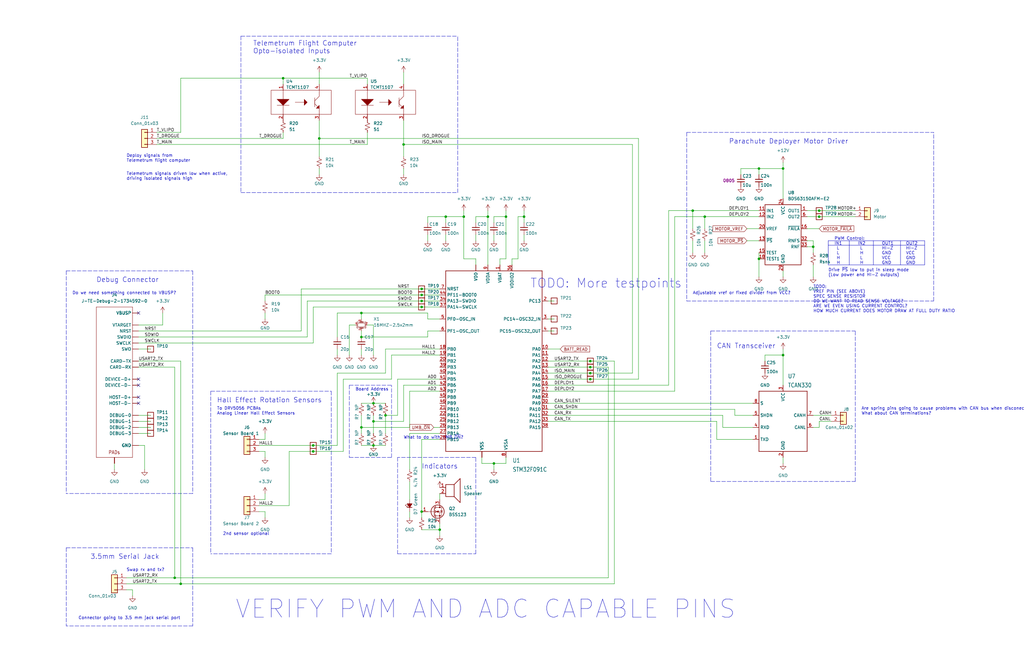
<source format=kicad_sch>
(kicad_sch (version 20211123) (generator eeschema)
  (paper "USLedger")
  (junction (at 170.18 60.96))
  (junction (at 195.58 91.44))
  (junction (at 134.62 58.42))
  (junction (at 157.48 170.18))
  (junction (at 330.2 71.12))
  (junction (at 73.66 243.84))
  (junction (at 248.92 157.48))
  (junction (at 152.4 180.34))
  (junction (at 205.74 91.44))
  (junction (at 248.92 152.4))
  (junction (at 297.18 91.44))
  (junction (at 177.8 121.92))
  (junction (at 345.44 88.9))
  (junction (at 187.96 91.44))
  (junction (at 320.04 109.22))
  (junction (at 157.48 187.96))
  (junction (at 248.92 160.02))
  (junction (at 132.08 187.96))
  (junction (at 152.4 132.08))
  (junction (at 76.2 246.38))
  (junction (at 330.2 149.86))
  (junction (at 220.98 91.44))
  (junction (at 342.9 104.14))
  (junction (at 292.1 88.9))
  (junction (at 320.04 71.12))
  (junction (at 132.08 190.5))
  (junction (at 119.38 33.02))
  (junction (at 213.36 91.44))
  (junction (at 185.42 223.52))
  (junction (at 177.8 124.46))
  (junction (at 152.4 142.24))
  (junction (at 162.56 175.26))
  (junction (at 248.92 154.94))
  (junction (at 177.7865 127))
  (junction (at 345.44 91.44))
  (junction (at 177.7865 129.54))
  (junction (at 157.48 177.8))
  (junction (at 208.28 195.58))
  (junction (at 177.8 215.9))
  (no_connect (at 58.42 132.08))
  (no_connect (at 58.42 170.18))
  (no_connect (at 58.42 167.64))
  (no_connect (at 58.42 162.56))
  (no_connect (at 58.42 160.02))
  (wire (pts (xy 60.96 187.96) (xy 58.42 187.96)))
  (wire (pts (xy 210.82 109.22) (xy 213.36 109.22)))
  (wire (pts (xy 121.92 190.5) (xy 132.08 190.5)))
  (polyline (pts (xy 81.28 208.28) (xy 27.94 208.28)))
  (polyline (pts (xy 81.28 114.3) (xy 81.28 208.28)))
  (wire (pts (xy 180.34 134.62) (xy 180.34 132.08)))
  (polyline (pts (xy 101.6 15.24) (xy 193.04 15.24)))
  (wire (pts (xy 58.42 175.26) (xy 63.5 175.26)))
  (wire (pts (xy 165.1 149.86) (xy 165.1 160.02)))
  (wire (pts (xy 170.18 71.12) (xy 170.18 73.66)))
  (wire (pts (xy 55.88 248.92) (xy 55.88 251.46)))
  (wire (pts (xy 180.34 142.24) (xy 152.4 142.24)))
  (polyline (pts (xy 368.3 101.6) (xy 368.3 111.76)) (stroke (width 0) (type solid)))
  (wire (pts (xy 109.22 190.5) (xy 111.76 190.5)))
  (wire (pts (xy 187.96 91.44) (xy 195.58 91.44)))
  (wire (pts (xy 185.42 182.88) (xy 172.72 182.88)))
  (wire (pts (xy 231.14 152.4) (xy 248.92 152.4)))
  (wire (pts (xy 208.28 91.44) (xy 208.28 93.98)))
  (wire (pts (xy 231.14 175.26) (xy 304.8 175.26)))
  (polyline (pts (xy 289.56 55.88) (xy 393.7 55.88)))
  (wire (pts (xy 121.92 213.36) (xy 121.92 190.5)))
  (polyline (pts (xy 358.14 101.6) (xy 358.14 111.76)) (stroke (width 0) (type solid)))
  (wire (pts (xy 76.2 152.4) (xy 76.2 246.38)))
  (wire (pts (xy 297.18 101.6) (xy 297.18 106.68)))
  (polyline (pts (xy 139.7 233.68) (xy 88.9 233.68)))
  (wire (pts (xy 134.62 50.8) (xy 134.62 58.42)))
  (wire (pts (xy 111.76 208.28) (xy 111.76 210.82)))
  (wire (pts (xy 281.94 88.9) (xy 292.1 88.9)))
  (wire (pts (xy 48.26 195.58) (xy 48.26 198.12)))
  (wire (pts (xy 205.74 88.9) (xy 205.74 91.44)))
  (wire (pts (xy 292.1 88.9) (xy 292.1 96.52)))
  (wire (pts (xy 177.8 223.52) (xy 185.42 223.52)))
  (wire (pts (xy 177.8 185.42) (xy 177.8 215.9)))
  (wire (pts (xy 180.34 139.7) (xy 180.34 142.24)))
  (polyline (pts (xy 358.14 101.6) (xy 389.89 101.6)) (stroke (width 0) (type solid)))
  (wire (pts (xy 172.72 165.1) (xy 185.42 165.1)))
  (wire (pts (xy 152.4 139.7) (xy 152.4 142.24)))
  (wire (pts (xy 200.66 111.76) (xy 200.66 109.22)))
  (wire (pts (xy 345.44 180.34) (xy 345.44 177.8)))
  (polyline (pts (xy 88.9 165.1) (xy 139.7 165.1)))
  (wire (pts (xy 320.04 106.68) (xy 320.04 109.22)))
  (wire (pts (xy 170.18 60.96) (xy 266.7 60.96)))
  (wire (pts (xy 314.96 101.6) (xy 320.04 101.6)))
  (wire (pts (xy 342.9 111.76) (xy 342.9 116.84)))
  (polyline (pts (xy 349.25 111.76) (xy 389.89 111.76)) (stroke (width 0) (type solid)))
  (wire (pts (xy 292.1 101.6) (xy 292.1 106.68)))
  (wire (pts (xy 157.48 137.16) (xy 157.48 149.86)))
  (wire (pts (xy 58.42 154.94) (xy 73.66 154.94)))
  (wire (pts (xy 165.1 160.02) (xy 144.78 160.02)))
  (wire (pts (xy 68.58 137.16) (xy 68.58 132.08)))
  (wire (pts (xy 170.18 162.56) (xy 170.18 177.8)))
  (wire (pts (xy 208.28 99.06) (xy 208.28 101.6)))
  (polyline (pts (xy 299.72 139.7) (xy 299.72 203.2)))
  (wire (pts (xy 152.4 180.34) (xy 152.4 182.88)))
  (wire (pts (xy 134.62 71.12) (xy 134.62 73.66)))
  (wire (pts (xy 170.18 177.8) (xy 157.48 177.8)))
  (wire (pts (xy 177.7865 129.54) (xy 185.42 129.54)))
  (wire (pts (xy 320.04 73.66) (xy 320.04 71.12)))
  (wire (pts (xy 330.2 71.12) (xy 330.2 83.82)))
  (wire (pts (xy 213.36 195.58) (xy 208.28 195.58)))
  (wire (pts (xy 292.1 88.9) (xy 320.04 88.9)))
  (wire (pts (xy 312.42 71.12) (xy 320.04 71.12)))
  (wire (pts (xy 340.36 104.14) (xy 342.9 104.14)))
  (wire (pts (xy 129.54 142.24) (xy 129.54 127)))
  (wire (pts (xy 109.22 185.42) (xy 111.76 185.42)))
  (wire (pts (xy 248.92 157.48) (xy 231.14 157.48)))
  (wire (pts (xy 167.64 160.02) (xy 185.42 160.02)))
  (wire (pts (xy 330.2 149.86) (xy 330.2 162.56)))
  (wire (pts (xy 157.48 177.8) (xy 157.48 182.88)))
  (wire (pts (xy 76.2 246.38) (xy 259.08 246.38)))
  (wire (pts (xy 231.14 127) (xy 233.68 127)))
  (wire (pts (xy 152.4 132.08) (xy 180.34 132.08)))
  (wire (pts (xy 172.72 203.2) (xy 172.72 210.82)))
  (wire (pts (xy 220.98 99.06) (xy 220.98 101.6)))
  (wire (pts (xy 142.24 132.08) (xy 142.24 142.24)))
  (wire (pts (xy 53.34 248.92) (xy 55.88 248.92)))
  (wire (pts (xy 177.8 185.42) (xy 185.42 185.42)))
  (wire (pts (xy 129.54 127) (xy 177.7865 127)))
  (wire (pts (xy 127 121.92) (xy 177.8 121.92)))
  (polyline (pts (xy 167.64 193.04) (xy 167.64 195.58)))
  (polyline (pts (xy 27.94 231.14) (xy 81.28 231.14)))
  (wire (pts (xy 58.42 147.32) (xy 63.5 147.32)))
  (wire (pts (xy 172.72 182.88) (xy 172.72 198.12)))
  (wire (pts (xy 231.14 134.62) (xy 233.68 134.62)))
  (wire (pts (xy 119.38 33.02) (xy 154.94 33.02)))
  (wire (pts (xy 119.38 55.88) (xy 119.38 58.42)))
  (wire (pts (xy 58.42 152.4) (xy 76.2 152.4)))
  (wire (pts (xy 58.42 180.34) (xy 63.5 180.34)))
  (wire (pts (xy 266.7 157.48) (xy 248.92 157.48)))
  (wire (pts (xy 111.76 190.5) (xy 111.76 193.04)))
  (wire (pts (xy 342.9 175.26) (xy 350.52 175.26)))
  (wire (pts (xy 154.94 55.88) (xy 154.94 60.96)))
  (wire (pts (xy 58.42 137.16) (xy 68.58 137.16)))
  (wire (pts (xy 134.62 58.42) (xy 269.24 58.42)))
  (wire (pts (xy 58.42 142.24) (xy 129.54 142.24)))
  (polyline (pts (xy 101.6 15.24) (xy 101.6 81.28)))
  (wire (pts (xy 269.24 58.42) (xy 269.24 160.02)))
  (wire (pts (xy 340.36 88.9) (xy 345.44 88.9)))
  (wire (pts (xy 111.76 124.46) (xy 177.8 124.46)))
  (wire (pts (xy 109.22 215.9) (xy 111.76 215.9)))
  (wire (pts (xy 119.38 35.56) (xy 119.38 33.02)))
  (wire (pts (xy 284.48 165.1) (xy 284.48 91.44)))
  (wire (pts (xy 231.14 172.72) (xy 309.88 172.72)))
  (wire (pts (xy 167.64 160.02) (xy 167.64 175.26)))
  (wire (pts (xy 58.42 144.78) (xy 132.08 144.78)))
  (polyline (pts (xy 81.28 264.16) (xy 27.94 264.16)))
  (wire (pts (xy 149.86 137.16) (xy 147.32 137.16)))
  (wire (pts (xy 187.96 91.44) (xy 187.96 93.98)))
  (wire (pts (xy 111.76 185.42) (xy 111.76 182.88)))
  (wire (pts (xy 266.7 60.96) (xy 266.7 157.48)))
  (wire (pts (xy 320.04 71.12) (xy 330.2 71.12)))
  (wire (pts (xy 297.18 91.44) (xy 297.18 96.52)))
  (wire (pts (xy 185.42 139.7) (xy 180.34 139.7)))
  (polyline (pts (xy 88.9 165.1) (xy 88.9 233.68)))
  (wire (pts (xy 162.56 147.32) (xy 185.42 147.32)))
  (wire (pts (xy 297.18 91.44) (xy 320.04 91.44)))
  (wire (pts (xy 111.76 132.08) (xy 111.76 134.62)))
  (wire (pts (xy 162.56 147.32) (xy 162.56 157.48)))
  (wire (pts (xy 154.94 35.56) (xy 154.94 33.02)))
  (wire (pts (xy 177.8 124.46) (xy 185.42 124.46)))
  (wire (pts (xy 157.48 170.18) (xy 162.56 170.18)))
  (wire (pts (xy 154.94 137.16) (xy 157.48 137.16)))
  (polyline (pts (xy 379.73 101.6) (xy 379.73 111.76)) (stroke (width 0) (type solid)))
  (wire (pts (xy 309.88 175.26) (xy 317.5 175.26)))
  (wire (pts (xy 177.8 121.92) (xy 185.42 121.92)))
  (wire (pts (xy 66.04 60.96) (xy 154.94 60.96)))
  (polyline (pts (xy 200.66 193.04) (xy 167.64 193.04)))
  (polyline (pts (xy 147.32 162.56) (xy 165.1 162.56)))
  (wire (pts (xy 330.2 193.04) (xy 330.2 195.58)))
  (wire (pts (xy 195.58 109.22) (xy 195.58 91.44)))
  (wire (pts (xy 157.48 175.26) (xy 157.48 177.8)))
  (polyline (pts (xy 167.64 195.58) (xy 167.64 233.68)))
  (polyline (pts (xy 389.89 101.6) (xy 389.89 111.76)) (stroke (width 0) (type solid)))
  (wire (pts (xy 180.34 99.06) (xy 180.34 101.6)))
  (wire (pts (xy 208.28 195.58) (xy 208.28 198.12)))
  (polyline (pts (xy 289.56 127) (xy 393.7 127)))
  (wire (pts (xy 127 139.7) (xy 127 121.92)))
  (polyline (pts (xy 167.64 233.68) (xy 200.66 233.68)))
  (wire (pts (xy 256.54 243.84) (xy 256.54 154.94)))
  (wire (pts (xy 185.42 220.98) (xy 185.42 223.52)))
  (polyline (pts (xy 165.1 193.04) (xy 165.1 162.56)))
  (wire (pts (xy 320.04 109.22) (xy 320.04 116.84)))
  (wire (pts (xy 152.4 132.08) (xy 142.24 132.08)))
  (wire (pts (xy 132.08 129.54) (xy 177.7865 129.54)))
  (wire (pts (xy 322.58 152.4) (xy 322.58 149.86)))
  (wire (pts (xy 152.4 170.18) (xy 157.48 170.18)))
  (polyline (pts (xy 193.04 81.28) (xy 193.04 15.24)))
  (wire (pts (xy 177.7865 127) (xy 185.42 127)))
  (wire (pts (xy 330.2 68.58) (xy 330.2 71.12)))
  (polyline (pts (xy 27.94 114.3) (xy 27.94 208.28)))
  (wire (pts (xy 269.24 160.02) (xy 248.92 160.02)))
  (wire (pts (xy 205.74 91.44) (xy 200.66 91.44)))
  (wire (pts (xy 284.48 91.44) (xy 297.18 91.44)))
  (wire (pts (xy 312.42 73.66) (xy 312.42 71.12)))
  (wire (pts (xy 330.2 114.3) (xy 330.2 116.84)))
  (wire (pts (xy 218.44 109.22) (xy 218.44 91.44)))
  (wire (pts (xy 195.58 88.9) (xy 195.58 91.44)))
  (wire (pts (xy 185.42 223.52) (xy 185.42 226.06)))
  (wire (pts (xy 167.64 175.26) (xy 162.56 175.26)))
  (wire (pts (xy 73.66 243.84) (xy 256.54 243.84)))
  (polyline (pts (xy 289.56 55.88) (xy 289.56 127)))
  (wire (pts (xy 66.04 58.42) (xy 119.38 58.42)))
  (wire (pts (xy 345.44 91.44) (xy 360.68 91.44)))
  (wire (pts (xy 281.94 162.56) (xy 281.94 88.9)))
  (wire (pts (xy 322.58 149.86) (xy 330.2 149.86)))
  (wire (pts (xy 162.56 175.26) (xy 162.56 182.88)))
  (wire (pts (xy 111.76 124.46) (xy 111.76 127)))
  (wire (pts (xy 215.9 111.76) (xy 215.9 109.22)))
  (wire (pts (xy 231.14 170.18) (xy 317.5 170.18)))
  (wire (pts (xy 231.14 147.32) (xy 236.22 147.32)))
  (wire (pts (xy 213.36 193.04) (xy 213.36 195.58)))
  (wire (pts (xy 220.98 88.9) (xy 220.98 91.44)))
  (wire (pts (xy 210.82 111.76) (xy 210.82 109.22)))
  (wire (pts (xy 170.18 60.96) (xy 170.18 66.04)))
  (wire (pts (xy 58.42 139.7) (xy 127 139.7)))
  (polyline (pts (xy 358.14 101.6) (xy 349.25 101.6)) (stroke (width 0) (type solid)))
  (wire (pts (xy 58.42 177.8) (xy 63.5 177.8)))
  (wire (pts (xy 340.36 101.6) (xy 342.9 101.6)))
  (wire (pts (xy 157.48 187.96) (xy 162.56 187.96)))
  (wire (pts (xy 248.92 160.02) (xy 231.14 160.02)))
  (wire (pts (xy 218.44 91.44) (xy 220.98 91.44)))
  (wire (pts (xy 182.88 180.34) (xy 185.42 180.34)))
  (wire (pts (xy 345.44 177.8) (xy 350.52 177.8)))
  (wire (pts (xy 304.8 180.34) (xy 317.5 180.34)))
  (wire (pts (xy 248.92 154.94) (xy 231.14 154.94)))
  (wire (pts (xy 203.2 193.04) (xy 203.2 195.58)))
  (wire (pts (xy 152.4 147.32) (xy 152.4 149.86)))
  (wire (pts (xy 142.24 147.32) (xy 142.24 149.86)))
  (wire (pts (xy 58.42 182.88) (xy 63.5 182.88)))
  (wire (pts (xy 340.36 96.52) (xy 345.44 96.52)))
  (wire (pts (xy 200.66 99.06) (xy 200.66 101.6)))
  (wire (pts (xy 144.78 190.5) (xy 132.08 190.5)))
  (wire (pts (xy 172.72 180.34) (xy 152.4 180.34)))
  (wire (pts (xy 111.76 215.9) (xy 111.76 218.44)))
  (wire (pts (xy 220.98 91.44) (xy 220.98 93.98)))
  (wire (pts (xy 205.74 111.76) (xy 205.74 91.44)))
  (wire (pts (xy 213.36 88.9) (xy 213.36 91.44)))
  (wire (pts (xy 132.08 144.78) (xy 132.08 129.54)))
  (wire (pts (xy 162.56 157.48) (xy 142.24 157.48)))
  (wire (pts (xy 231.14 139.7) (xy 233.68 139.7)))
  (polyline (pts (xy 147.32 162.56) (xy 147.32 193.04)))
  (wire (pts (xy 309.88 172.72) (xy 309.88 175.26)))
  (wire (pts (xy 256.54 154.94) (xy 248.92 154.94)))
  (wire (pts (xy 134.62 30.48) (xy 134.62 35.56)))
  (wire (pts (xy 152.4 187.96) (xy 157.48 187.96)))
  (wire (pts (xy 111.76 210.82) (xy 109.22 210.82)))
  (polyline (pts (xy 360.68 203.2) (xy 360.68 139.7)))
  (polyline (pts (xy 200.66 233.68) (xy 200.66 193.04)))
  (wire (pts (xy 200.66 91.44) (xy 200.66 93.98)))
  (polyline (pts (xy 299.72 203.2) (xy 360.68 203.2)))
  (wire (pts (xy 302.26 185.42) (xy 317.5 185.42)))
  (wire (pts (xy 170.18 30.48) (xy 170.18 35.56)))
  (polyline (pts (xy 139.7 165.1) (xy 139.7 233.68)))
  (wire (pts (xy 60.96 198.12) (xy 60.96 187.96)))
  (wire (pts (xy 170.18 162.56) (xy 185.42 162.56)))
  (wire (pts (xy 342.9 180.34) (xy 345.44 180.34)))
  (wire (pts (xy 172.72 215.9) (xy 172.72 218.44)))
  (wire (pts (xy 342.9 101.6) (xy 342.9 104.14)))
  (wire (pts (xy 142.24 157.48) (xy 142.24 187.96)))
  (polyline (pts (xy 81.28 231.14) (xy 81.28 264.16)))
  (wire (pts (xy 180.34 91.44) (xy 187.96 91.44)))
  (polyline (pts (xy 147.32 193.04) (xy 165.1 193.04)))
  (polyline (pts (xy 393.7 127) (xy 393.7 55.88)))
  (wire (pts (xy 76.2 55.88) (xy 76.2 33.02)))
  (wire (pts (xy 152.4 175.26) (xy 152.4 180.34)))
  (wire (pts (xy 231.14 162.56) (xy 281.94 162.56)))
  (wire (pts (xy 304.8 175.26) (xy 304.8 180.34)))
  (polyline (pts (xy 349.25 101.6) (xy 349.25 111.76)) (stroke (width 0) (type solid)))
  (wire (pts (xy 142.24 187.96) (xy 132.08 187.96)))
  (wire (pts (xy 172.72 165.1) (xy 172.72 180.34)))
  (wire (pts (xy 187.96 99.06) (xy 187.96 101.6)))
  (wire (pts (xy 213.36 109.22) (xy 213.36 91.44)))
  (wire (pts (xy 109.22 187.96) (xy 132.08 187.96)))
  (wire (pts (xy 314.96 96.52) (xy 320.04 96.52)))
  (wire (pts (xy 213.36 91.44) (xy 208.28 91.44)))
  (wire (pts (xy 302.26 177.8) (xy 302.26 185.42)))
  (wire (pts (xy 180.34 93.98) (xy 180.34 91.44)))
  (wire (pts (xy 109.22 213.36) (xy 121.92 213.36)))
  (wire (pts (xy 203.2 195.58) (xy 208.28 195.58)))
  (wire (pts (xy 53.34 246.38) (xy 76.2 246.38)))
  (wire (pts (xy 165.1 149.86) (xy 185.42 149.86)))
  (wire (pts (xy 185.42 134.62) (xy 180.34 134.62)))
  (wire (pts (xy 342.9 106.68) (xy 342.9 104.14)))
  (wire (pts (xy 66.04 55.88) (xy 76.2 55.88)))
  (polyline (pts (xy 349.25 103.505) (xy 389.89 103.505)) (stroke (width 0) (type solid)))
  (polyline (pts (xy 299.72 139.7) (xy 360.68 139.7)))
  (wire (pts (xy 340.36 91.44) (xy 345.44 91.44)))
  (wire (pts (xy 144.78 160.02) (xy 144.78 190.5)))
  (wire (pts (xy 152.4 134.62) (xy 152.4 132.08)))
  (wire (pts (xy 200.66 109.22) (xy 195.58 109.22)))
  (wire (pts (xy 259.08 246.38) (xy 259.08 152.4)))
  (wire (pts (xy 147.32 137.16) (xy 147.32 149.86)))
  (wire (pts (xy 53.34 243.84) (xy 73.66 243.84)))
  (wire (pts (xy 185.42 208.28) (xy 185.42 210.82)))
  (wire (pts (xy 177.8 215.9) (xy 177.8 218.44)))
  (polyline (pts (xy 27.94 114.3) (xy 81.28 114.3)))
  (wire (pts (xy 76.2 33.02) (xy 119.38 33.02)))
  (wire (pts (xy 134.62 58.42) (xy 134.62 66.04)))
  (wire (pts (xy 259.08 152.4) (xy 248.92 152.4)))
  (wire (pts (xy 345.44 88.9) (xy 360.68 88.9)))
  (wire (pts (xy 330.2 147.32) (xy 330.2 149.86)))
  (polyline (pts (xy 101.6 81.28) (xy 193.04 81.28)))
  (polyline (pts (xy 27.94 231.14) (xy 27.94 264.16)))
  (wire (pts (xy 170.18 50.8) (xy 170.18 60.96)))
  (wire (pts (xy 215.9 109.22) (xy 218.44 109.22)))
  (wire (pts (xy 73.66 154.94) (xy 73.66 243.84)))
  (wire (pts (xy 231.14 177.8) (xy 302.26 177.8)))
  (wire (pts (xy 231.14 165.1) (xy 284.48 165.1)))
  (text "2nd sensor optional" (at 93.98 226.06 0) (effects (font (size 1.27 1.27)) (justify left bottom)))
  (text "Are spring pins going to cause problems with CAN bus when disconecting?\nWhat about CAN terminations?" (at 363.22 175.26 0) (effects (font (size 1.27 1.27)) (justify left bottom)))
  (text "Drive ~{PS} low to put in sleep mode\n(Low power and HI-Z outputs)" (at 349.25 116.84 0) (effects (font (size 1.27 1.27)) (justify left bottom)))
  (text "To DRV5056 PCBAs\nAnalog Linear Hall Effect Sensors" (at 91.44 175.26 0) (effects (font (size 1.27 1.27)) (justify left bottom)))
  (text "Connector going to 3.5 mm jack serial port" (at 33.02 261.62 0) (effects (font (size 1.27 1.27)) (justify left bottom)))
  (text "Deploy signals from\nTelemetrum flight computer" (at 53.34 68.58 0) (effects (font (size 1.27 1.27)) (justify left bottom)))
  (text "3.5mm Serial Jack" (at 38.1 236.22 0) (effects (font (size 2.032 2.032)) (justify left bottom)))
  (text "TODO: More testpoints" (at 223.52 121.92 0) (effects (font (size 3.81 3.81)) (justify left bottom)))
  (text "Hall Effect Rotation Sensors" (at 91.44 170.18 0) (effects (font (size 2.032 2.032)) (justify left bottom)))
  (text "TODO:\nVREF PIN (SEE ABOVE)\nSPEC SENSE RESISTOR\nDO WE WANT TO READ SENSE VOLTAGE?\nARE WE EVEN USING CURRENT CONTROL?\nHOW MUCH CURRENT DOES MOTOR DRAW AT FULL DUTY RATIO" (at 342.9 132.08 0) (effects (font (size 1.27 1.27)) (justify left bottom)))
  (text "Board Address" (at 149.86 165.1 0) (effects (font (size 1.27 1.27)) (justify left bottom)))
  (text "PWM Control:\nIN1		IN2		OUT1	OUT2\n L		 L		HI-Z	HI-Z\n L		 H		GND		VCC\n H		 L		VCC		GND\n H		 H		GND		GND\n" (at 351.79 111.76 0) (effects (font (size 1.27 1.27)) (justify left bottom)))
  (text "Telemetrum Flight Computer\nOpto-isolated Inputs" (at 106.68 22.86 0) (effects (font (size 2.032 2.032)) (justify left bottom)))
  (text "Indicators" (at 177.8 198.12 0) (effects (font (size 2.032 2.032)) (justify left bottom)))
  (text "Debug Connector" (at 40.64 119.38 0) (effects (font (size 2.032 2.032)) (justify left bottom)))
  (text "What to do with UMB_~{ON}?" (at 170.18 185.42 0) (effects (font (size 1.27 1.27)) (justify left bottom)))
  (text "Parachute Deployer Motor Driver" (at 307.34 60.96 0) (effects (font (size 2.032 2.032)) (justify left bottom)))
  (text "Telemetrum signals driven low when active,\ndriving isolated signals high" (at 53.34 76.2 0) (effects (font (size 1.27 1.27)) (justify left bottom)))
  (text "Swap rx and tx?" (at 53.34 241.3 0) (effects (font (size 1.27 1.27)) (justify left bottom)))
  (text "VERIFY PWM AND ADC CAPABLE PINS" (at 99.06 261.62 0) (effects (font (size 7.62 7.62)) (justify left bottom)))
  (text "Do we need something connected to VBUSP?" (at 30.48 124.46 0) (effects (font (size 1.27 1.27)) (justify left bottom)))
  (text "CAN Transceiver" (at 302.26 147.32 0) (effects (font (size 2.032 2.032)) (justify left bottom)))
  (text "Adjustable vref or fixed divider from VCC?\n" (at 292.1 124.46 0) (effects (font (size 1.27 1.27)) (justify left bottom)))
  (label "DEPLOY1" (at 233.68 162.56 0))
  (label "SWCLK" (at 167.64 129.54 0))
  (label "NRST" (at 60.96 139.7 0))
  (label "HALL1" (at 109.22 187.96 0))
  (label "AD1" (at 180.34 162.56 0))
  (label "T_MAIN" (at 66.04 60.96 0))
  (label "DEPLOY2" (at 307.34 91.44 0))
  (label "SWDIO" (at 167.64 127 0))
  (label "BOOT0" (at 167.64 124.46 0))
  (label "HALL2" (at 109.22 213.36 0))
  (label "CAN_SILENT" (at 233.68 170.18 0))
  (label "T_MAIN" (at 147.32 60.96 0))
  (label "HALL1" (at 177.8 147.32 0))
  (label "USART2_TX" (at 55.88 246.38 0))
  (label "CANL" (at 345.44 177.8 0))
  (label "T_DROGUE" (at 66.04 58.42 0))
  (label "MOTOR-" (at 353.06 91.44 0))
  (label "CAN_TX" (at 233.68 177.8 0))
  (label "ISO_DROGUE" (at 233.68 160.02 0))
  (label "SWCLK" (at 60.96 144.78 0))
  (label "ISO_MAIN" (at 177.8 60.96 0))
  (label "USART2_TX" (at 233.68 152.4 0))
  (label "USART2_RX" (at 233.68 154.94 0))
  (label "BOOT0" (at 111.76 124.46 0))
  (label "T_VLIPO" (at 147.32 33.02 0))
  (label "USART2_TX" (at 58.42 152.4 0))
  (label "HALL2" (at 177.8 149.86 0))
  (label "CAN_RX" (at 233.68 175.26 0))
  (label "ISO_DROGUE" (at 177.8 58.42 0))
  (label "USART2_RX" (at 58.42 154.94 0))
  (label "AD2" (at 180.34 165.1 0))
  (label "USART2_RX" (at 55.88 243.84 0))
  (label "CAN_SHDN" (at 233.68 172.72 0))
  (label "DEPLOY1" (at 307.34 88.9 0))
  (label "T_DROGUE" (at 109.22 58.42 0))
  (label "DEPLOY2" (at 233.68 165.1 0))
  (label "ISO_MAIN" (at 233.68 157.48 0))
  (label "CANH" (at 345.44 175.26 0))
  (label "AD0" (at 180.34 160.02 0))
  (label "NRST" (at 167.64 121.92 0))
  (label "T_VLIPO" (at 66.04 55.88 0))
  (label "MOTOR+" (at 353.06 88.9 0))
  (label "SDWIO" (at 60.96 142.24 0))
  (global_label "MOTOR_~{FAILA}" (shape input) (at 345.44 96.52 0) (property "Intersheet References" "${INTERSHEET_REFS}" (effects hide)))
  (global_label "BATT_READ" (shape input) (at 236.22 147.32 0) (property "Intersheet References" "${INTERSHEET_REFS}" (effects hide)))
  (global_label "UMB_~{ON}" (shape input) (at 182.88 180.34 180) (property "Intersheet References" "${INTERSHEET_REFS}" (effects hide)))
  (global_label "MOTOR_~{PS}" (shape input) (at 314.96 101.6 180) (property "Intersheet References" "${INTERSHEET_REFS}" (effects hide)))
  (global_label "MOTOR_VREF" (shape input) (at 314.96 96.52 180) (property "Intersheet References" "${INTERSHEET_REFS}" (effects hide)))
  (symbol (lib_id "power:GND") (at 172.72 218.44 0) (unit 1)
    (property "Reference" "#PWR049" (effects hide))
    (property "Value" "GND" (at 172.72 223.52 0))
  )
  (symbol (lib_id "power:GND") (at 320.04 116.84 0) (unit 1)
    (property "Reference" "#PWR066" (effects hide))
    (property "Value" "GND" (at 320.04 121.92 0))
  )
  (symbol (lib_id "power:+3.3V") (at 213.36 88.9 0) (unit 1)
    (property "Reference" "#PWR059" (effects hide))
    (property "Value" "+3.3V" (at 213.36 83.82 0))
  )
  (symbol (lib_id "Device:R_Small_US") (at 162.56 185.42 0) (unit 1)
    (property "Reference" "R?" (at 160.655 187.96 90) (effects (justify left)))
    (property "Value" "NP" (at 160.655 184.15 90) (effects (justify left)))
  )
  (symbol (lib_id "Device:C_Small") (at 320.04 76.2 0) (unit 1)
    (property "Reference" "C24" (at 320.675 74.295 0) (effects (justify left)))
    (property "Value" "100n" (at 320.675 78.105 0) (effects (justify left)))
    (property "Footprint" "Capacitor_SMD:C_0603_1608Metric" (effects hide))
  )
  (symbol (lib_id "power:GND") (at 152.4 149.86 0) (unit 1)
    (property "Reference" "#PWR045" (effects hide))
    (property "Value" "GND" (at 152.4 154.94 0))
  )
  (symbol (lib_id "power:GND") (at 60.96 198.12 0) (unit 1)
    (property "Reference" "#PWR034" (effects hide))
    (property "Value" "GND" (at 60.96 203.2 0))
  )
  (symbol (lib_id "Device:R_Small_US") (at 134.62 68.58 0) (unit 1)
    (property "Reference" "R21" (at 137.16 67.3099 0) (effects (justify left)))
    (property "Value" "10k" (at 137.16 69.8499 0) (effects (justify left)))
    (property "Footprint" "Resistor_SMD:R_0603_1608Metric" (effects hide))
  )
  (symbol (lib_id "Device:C_Small") (at 187.96 96.52 0) (unit 1)
    (property "Reference" "C19" (at 188.595 94.615 0) (effects (justify left)))
    (property "Value" "100n" (at 188.595 98.425 0) (effects (justify left)))
    (property "Footprint" "Capacitor_SMD:C_0603_1608Metric" (effects hide))
  )
  (symbol (lib_id "Connector_Generic:Conn_01x03") (at 104.14 213.36 0) (mirror y) (unit 1)
    (property "Reference" "J7" (at 104.14 218.44 0))
    (property "Value" "Sensor Board 2" (at 101.6 220.98 0))
    (property "Footprint" "Connector_Molex:Molex_KK-254_AE-6410-03A_1x03_P2.54mm_Vertical" (effects hide))
  )
  (symbol (lib_id "Device:R_Small_US") (at 172.72 200.66 0) (unit 1)
    (property "Reference" "R24" (at 175.26 200.66 90) (effects (justify left)))
    (property "Value" "4.7k" (at 175.26 205.74 90) (effects (justify left)))
    (property "Footprint" "Resistor_SMD:R_0603_1608Metric" (effects hide))
  )
  (symbol (lib_id "power:+3.3V") (at 157.48 170.18 0) (unit 1)
    (property "Reference" "#PWR?" (effects hide))
    (property "Value" "+3.3V" (at 157.48 166.37 0))
  )
  (symbol (lib_id "U-Vishay-TCMT1107-optocoupler:TCMT1107") (at 162.56 43.18 0) (unit 1)
    (property "Reference" "U5" (at 156.21 34.29 0) (effects (justify left)))
    (property "Value" "TCMT1107" (at 156.21 36.83 0) (effects (justify left)))
    (property "Footprint" "Package_SO:SOP-4_4.4x2.6mm_P1.27mm" (effects hide))
    (property "Datasheet" "https://www.digikey.com/en/products/detail/vishay-semiconductor-opto-division/TCMT1107/1738636" (effects hide))
  )
  (symbol (lib_id "psas-testpoint:Test-Point") (at 63.5 177.8 0) (unit 1)
    (property "Reference" "TP12" (at 66.04 176.53 0) (effects (justify left)))
    (property "Value" "Test-Point" (effects hide))
    (property "Footprint" "psas-footprints:TP-through-hole-1X01" (effects hide))
  )
  (symbol (lib_id "psas-testpoint:Test-Point") (at 63.5 147.32 0) (unit 1)
    (property "Reference" "TP10" (at 66.04 146.05 0) (effects (justify left)))
    (property "Value" "Test-Point" (effects hide))
    (property "Footprint" "psas-footprints:TP-through-hole-1X01" (effects hide))
  )
  (symbol (lib_id "psas-testpoint:Test-Point") (at 233.68 134.62 0) (unit 1)
    (property "Reference" "TP22" (at 236.22 133.35 0) (effects (justify left)))
    (property "Value" "Test-Point" (effects hide))
    (property "Footprint" "psas-footprints:TP-through-hole-1X01" (effects hide))
  )
  (symbol (lib_id "power:GND") (at 208.28 198.12 0) (unit 1)
    (property "Reference" "#PWR058" (effects hide))
    (property "Value" "GND" (at 208.28 203.2 0))
  )
  (symbol (lib_id "power:+12V") (at 330.2 68.58 0) (unit 1)
    (property "Reference" "#PWR068" (effects hide))
    (property "Value" "+12V" (at 330.2 63.5 0))
  )
  (symbol (lib_id "U-TI-TCAN330-can-transciever:TCAN330") (at 330.2 177.8 0) (unit 1)
    (property "Reference" "U7" (at 332.2194 158.75 0) (effects (font (size 1.778 1.5113)) (justify left)))
    (property "Value" "TCAN330" (at 332.2194 162.56 0) (effects (font (size 1.778 1.5113)) (justify left)))
    (property "Footprint" "Package_TO_SOT_SMD:SOT-23-8" (effects hide))
    (property "Datasheet" "https://www.ti.com/lit/ds/symlink/tcan330.pdf?ts=1651525305550&ref_url=https%253A%252F%252Fwww.ti.com%252Fproduct%252FTCAN330" (effects hide))
    (property "Description" "IC TRANSCEIVER 1/1 SOT23-8" (effects hide))
    (property "Distributor" "DigiKey" (effects hide))
    (property "MPN" "TCAN330GDCN" (effects hide))
  )
  (symbol (lib_id "Connector_Generic:Conn_01x03") (at 104.14 187.96 0) (mirror y) (unit 1)
    (property "Reference" "J6" (at 104.14 180.34 0))
    (property "Value" "Sensor Board 1" (at 101.6 182.88 0))
    (property "Footprint" "Connector_Molex:Molex_KK-254_AE-6410-03A_1x03_P2.54mm_Vertical" (effects hide))
  )
  (symbol (lib_id "Device:C_Small") (at 312.42 76.2 0) (unit 1)
    (property "Reference" "C23" (at 313.055 74.295 0) (effects (justify left)))
    (property "Value" "10u" (at 313.055 78.105 0) (effects (justify left)))
    (property "Footprint" "Capacitor_SMD:C_0805_2012Metric" (effects hide))
    (property "Field4" "0805" (at 307.34 76.2 0))
  )
  (symbol (lib_id "power:GND") (at 220.98 101.6 0) (unit 1)
    (property "Reference" "#PWR061" (effects hide))
    (property "Value" "GND" (at 220.98 105.41 0))
  )
  (symbol (lib_id "power:GND") (at 134.62 73.66 0) (unit 1)
    (property "Reference" "#PWR042" (effects hide))
    (property "Value" "GND" (at 134.62 77.47 0))
  )
  (symbol (lib_id "Connector_Generic:Conn_01x02") (at 365.76 88.9 0) (unit 1)
    (property "Reference" "J9" (at 368.3 88.8999 0) (effects (justify left)))
    (property "Value" "Motor" (at 368.3 91.4399 0) (effects (justify left)))
    (property "Footprint" "Connector_Molex:Molex_KK-254_AE-6410-02A_1x02_P2.54mm_Vertical" (effects hide))
  )
  (symbol (lib_id "power:GND") (at 320.04 78.74 0) (unit 1)
    (property "Reference" "#PWR065" (effects hide))
    (property "Value" "GND" (at 320.04 83.82 0))
  )
  (symbol (lib_id "Device:R_Small_US") (at 157.48 185.42 0) (unit 1)
    (property "Reference" "R?" (at 155.575 187.96 90) (effects (justify left)))
    (property "Value" "NP" (at 155.575 184.15 90) (effects (justify left)))
  )
  (symbol (lib_id "power:GND") (at 330.2 116.84 0) (unit 1)
    (property "Reference" "#PWR069" (effects hide))
    (property "Value" "GND" (at 330.2 121.92 0))
  )
  (symbol (lib_id "power:GND") (at 200.66 101.6 0) (unit 1)
    (property "Reference" "#PWR055" (effects hide))
    (property "Value" "GND" (at 200.66 105.41 0))
  )
  (symbol (lib_id "power:+3.3V") (at 330.2 147.32 0) (unit 1)
    (property "Reference" "#PWR070" (effects hide))
    (property "Value" "+3.3V" (at 330.2 142.24 0))
  )
  (symbol (lib_id "Device:R_Small_US") (at 152.4 172.72 0) (unit 1)
    (property "Reference" "R?" (at 150.495 177.165 90) (effects (justify left)))
    (property "Value" "NP" (at 150.495 173.355 90) (effects (justify left)))
  )
  (symbol (lib_id "Device:R_Small_US") (at 177.8 220.98 0) (unit 1)
    (property "Reference" "R25" (at 180.34 219.7099 0) (effects (justify left)))
    (property "Value" "10k" (at 180.34 222.2499 0) (effects (justify left)))
    (property "Footprint" "Resistor_SMD:R_0603_1608Metric" (effects hide))
  )
  (symbol (lib_id "power:GND") (at 157.48 149.86 0) (unit 1)
    (property "Reference" "#PWR046" (effects hide))
    (property "Value" "GND" (at 157.48 154.94 0))
  )
  (symbol (lib_id "Device:C_Small") (at 142.24 144.78 0) (unit 1)
    (property "Reference" "C16" (at 143.51 142.24 0) (effects (justify left)))
    (property "Value" "20p" (at 143.51 147.32 0) (effects (justify left)))
    (property "Footprint" "Capacitor_SMD:C_0603_1608Metric" (effects hide))
  )
  (symbol (lib_id "Device:R_Small_US") (at 119.38 53.34 0) (unit 1)
    (property "Reference" "R20" (at 121.92 52.0699 0) (effects (justify left)))
    (property "Value" "51" (at 121.92 54.6099 0) (effects (justify left)))
    (property "Footprint" "Resistor_SMD:R_0603_1608Metric" (effects hide))
  )
  (symbol (lib_id "power:GND") (at 312.42 78.74 0) (unit 1)
    (property "Reference" "#PWR064" (effects hide))
    (property "Value" "GND" (at 312.42 83.82 0))
  )
  (symbol (lib_id "power:GND") (at 111.76 218.44 0) (unit 1)
    (property "Reference" "#PWR040" (effects hide))
    (property "Value" "GND" (at 111.76 223.52 0))
  )
  (symbol (lib_id "power:GND") (at 292.1 106.68 0) (unit 1)
    (property "Reference" "#PWR062" (effects hide))
    (property "Value" "GND" (at 292.1 111.76 0))
  )
  (symbol (lib_id "U-STMicro-STM32F091C-microcontroller:STM32F091C") (at 208.28 152.4 0) (mirror y) (unit 1)
    (property "Reference" "U1" (at 216.1287 194.31 0) (effects (font (size 1.778 1.5113)) (justify right)))
    (property "Value" "STM32F091C" (at 216.1287 198.12 0) (effects (font (size 1.778 1.5113)) (justify right)))
    (property "Footprint" "Package_QFP:LQFP-48_7x7mm_P0.5mm" (effects hide))
    (property "Datasheet" "https://www.st.com/content/ccc/resource/technical/document/datasheet/95/3c/2e/5b/21/09/45/a6/DM00115237.pdf/files/DM00115237.pdf/jcr:content/translations/en.DM00115237.pdf" (effects hide))
  )
  (symbol (lib_id "Device:R_Small_US") (at 292.1 99.06 0) (unit 1)
    (property "Reference" "R26" (at 294.64 99.06 90) (effects (justify left)))
    (property "Value" "10k" (at 294.64 104.14 90) (effects (justify left)))
    (property "Footprint" "Resistor_SMD:R_0603_1608Metric" (effects hide))
  )
  (symbol (lib_id "Device:R_Small_US") (at 162.56 172.72 0) (unit 1)
    (property "Reference" "R?" (at 160.655 177.165 90) (effects (justify left)))
    (property "Value" "NP" (at 160.655 173.355 90) (effects (justify left)))
  )
  (symbol (lib_id "Device:R_Small_US") (at 111.76 129.54 0) (unit 1)
    (property "Reference" "R19" (at 114.3 128.2699 0) (effects (justify left)))
    (property "Value" "10k" (at 114.3 130.8099 0) (effects (justify left)))
    (property "Footprint" "Resistor_SMD:R_0603_1608Metric" (effects hide))
  )
  (symbol (lib_id "power:GND") (at 48.26 198.12 0) (unit 1)
    (property "Reference" "#PWR032" (effects hide))
    (property "Value" "GND" (at 48.26 203.2 0))
  )
  (symbol (lib_id "psas-testpoint:Test-Point") (at 345.44 88.9 0) (unit 1)
    (property "Reference" "TP28" (at 347.98 87.63 0) (effects (justify left)))
    (property "Value" "Test-Point" (effects hide))
    (property "Footprint" "psas-footprints:TP-through-hole-1X01" (effects hide))
  )
  (symbol (lib_id "power:GND") (at 330.2 195.58 0) (unit 1)
    (property "Reference" "#PWR071" (effects hide))
    (property "Value" "GND" (at 330.2 200.66 0))
  )
  (symbol (lib_id "power:GND") (at 157.48 187.96 0) (unit 1)
    (property "Reference" "#PWR?" (effects hide))
    (property "Value" "GND" (at 157.48 191.77 0))
  )
  (symbol (lib_id "power:GND") (at 142.24 149.86 0) (unit 1)
    (property "Reference" "#PWR043" (effects hide))
    (property "Value" "GND" (at 142.24 154.94 0))
  )
  (symbol (lib_id "psas-testpoint:Test-Point") (at 177.8 121.92 0) (unit 1)
    (property "Reference" "TP19" (at 180.34 120.65 0) (effects (justify left)))
    (property "Value" "Test-Point" (effects hide))
    (property "Footprint" "psas-footprints:TP-through-hole-1X01" (effects hide))
  )
  (symbol (lib_id "psas-testpoint:Test-Point") (at 63.5 182.88 0) (unit 1)
    (property "Reference" "TP14" (at 66.04 181.61 0) (effects (justify left)))
    (property "Value" "Test-Point" (effects hide))
    (property "Footprint" "psas-footprints:TP-through-hole-1X01" (effects hide))
  )
  (symbol (lib_id "Device:R_Small_US") (at 297.18 99.06 0) (unit 1)
    (property "Reference" "R27" (at 299.72 99.06 90) (effects (justify left)))
    (property "Value" "10k" (at 299.72 104.14 90) (effects (justify left)))
    (property "Footprint" "Resistor_SMD:R_0603_1608Metric" (effects hide))
  )
  (symbol (lib_id "power:+3.3V") (at 111.76 208.28 0) (unit 1)
    (property "Reference" "#PWR039" (effects hide))
    (property "Value" "+3.3V" (at 111.76 203.2 0))
  )
  (symbol (lib_id "psas-testpoint:Test-Point") (at 248.92 154.94 0) (unit 1)
    (property "Reference" "TP25" (at 251.46 153.67 0) (effects (justify left)))
    (property "Value" "Test-Point" (effects hide))
    (property "Footprint" "psas-footprints:TP-through-hole-1X01" (effects hide))
  )
  (symbol (lib_id "psas-testpoint:Test-Point") (at 345.44 91.44 0) (unit 1)
    (property "Reference" "TP29" (at 347.98 90.17 0) (effects (justify left)))
    (property "Value" "Test-Point" (effects hide))
    (property "Footprint" "psas-footprints:TP-through-hole-1X01" (effects hide))
  )
  (symbol (lib_id "power:GND") (at 297.18 106.68 0) (unit 1)
    (property "Reference" "#PWR063" (effects hide))
    (property "Value" "GND" (at 297.18 111.76 0))
  )
  (symbol (lib_id "Device:C_Small") (at 200.66 96.52 0) (unit 1)
    (property "Reference" "C20" (at 201.295 94.615 0) (effects (justify left)))
    (property "Value" "100n" (at 201.295 98.425 0) (effects (justify left)))
    (property "Footprint" "Capacitor_SMD:C_0603_1608Metric" (effects hide))
  )
  (symbol (lib_id "power:+3.3V") (at 185.42 205.74 0) (unit 1)
    (property "Reference" "#PWR051" (effects hide))
    (property "Value" "+3.3V" (at 185.42 200.66 0))
  )
  (symbol (lib_id "power:+3.3V") (at 170.18 30.48 0) (unit 1)
    (property "Reference" "#PWR047" (effects hide))
    (property "Value" "+3.3V" (at 170.18 25.4 0))
  )
  (symbol (lib_id "power:GND") (at 180.34 101.6 0) (unit 1)
    (property "Reference" "#PWR050" (effects hide))
    (property "Value" "GND" (at 180.34 105.41 0))
  )
  (symbol (lib_id "power:+3.3V") (at 134.62 30.48 0) (unit 1)
    (property "Reference" "#PWR041" (effects hide))
    (property "Value" "+3.3V" (at 134.62 25.4 0))
  )
  (symbol (lib_id "Transistor_FET:BSS123") (at 182.88 215.9 0) (unit 1)
    (property "Reference" "Q2" (at 189.23 214.6299 0) (effects (justify left)))
    (property "Value" "BSS123" (at 189.23 217.1699 0) (effects (justify left)))
    (property "Footprint" "Package_TO_SOT_SMD:SOT-23" (effects hide))
    (property "Datasheet" "http://www.diodes.com/assets/Datasheets/ds30366.pdf" (effects hide))
  )
  (symbol (lib_id "power:GND") (at 187.96 101.6 0) (unit 1)
    (property "Reference" "#PWR053" (effects hide))
    (property "Value" "GND" (at 187.96 105.41 0))
  )
  (symbol (lib_id "power:GND") (at 55.88 251.46 0) (unit 1)
    (property "Reference" "#PWR033" (effects hide))
    (property "Value" "GND" (at 55.88 256.54 0))
  )
  (symbol (lib_id "Device:C_Small") (at 152.4 144.78 0) (unit 1)
    (property "Reference" "C17" (at 153.67 142.24 0) (effects (justify left)))
    (property "Value" "20p" (at 153.67 147.32 0) (effects (justify left)))
    (property "Footprint" "Capacitor_SMD:C_0603_1608Metric" (effects hide))
  )
  (symbol (lib_id "Device:Speaker") (at 190.5 205.74 0) (unit 1)
    (property "Reference" "LS1" (at 195.58 205.7399 0) (effects (justify left)))
    (property "Value" "Speaker" (at 195.58 208.2799 0) (effects (justify left)))
  )
  (symbol (lib_id "psas-testpoint:Test-Point") (at 132.08 190.5 0) (unit 1)
    (property "Reference" "TP16" (at 134.62 189.23 0) (effects (justify left)))
    (property "Value" "Test-Point" (effects hide))
    (property "Footprint" "psas-footprints:TP-through-hole-1X01" (effects hide))
  )
  (symbol (lib_id "Device:R_Small_US") (at 157.48 172.72 0) (unit 1)
    (property "Reference" "R?" (at 155.575 177.165 90) (effects (justify left)))
    (property "Value" "NP" (at 155.575 173.355 90) (effects (justify left)))
  )
  (symbol (lib_id "psas-testpoint:Test-Point") (at 177.7865 129.54 0) (unit 1)
    (property "Reference" "TP18" (at 180.3265 128.27 0) (effects (justify left)))
    (property "Value" "Test-Point" (effects hide))
    (property "Footprint" "psas-footprints:TP-through-hole-1X01" (effects hide))
  )
  (symbol (lib_id "power:GND") (at 208.28 101.6 0) (unit 1)
    (property "Reference" "#PWR057" (effects hide))
    (property "Value" "GND" (at 208.28 105.41 0))
  )
  (symbol (lib_id "psas-testpoint:Test-Point") (at 63.5 180.34 0) (unit 1)
    (property "Reference" "TP13" (at 66.04 179.07 0) (effects (justify left)))
    (property "Value" "Test-Point" (effects hide))
    (property "Footprint" "psas-footprints:TP-through-hole-1X01" (effects hide))
  )
  (symbol (lib_id "psas-testpoint:Test-Point") (at 177.8 124.46 0) (unit 1)
    (property "Reference" "TP20" (at 180.34 123.19 0) (effects (justify left)))
    (property "Value" "Test-Point" (effects hide))
    (property "Footprint" "psas-footprints:TP-through-hole-1X01" (effects hide))
  )
  (symbol (lib_id "Device:C_Small") (at 322.58 154.94 0) (unit 1)
    (property "Reference" "C25" (at 323.215 153.035 0) (effects (justify left)))
    (property "Value" "100n" (at 323.215 156.845 0) (effects (justify left)))
    (property "Footprint" "Capacitor_SMD:C_0603_1608Metric" (effects hide))
  )
  (symbol (lib_id "Device:R_Small_US") (at 170.18 68.58 0) (unit 1)
    (property "Reference" "R23" (at 172.72 67.3099 0) (effects (justify left)))
    (property "Value" "10k" (at 172.72 69.8499 0) (effects (justify left)))
    (property "Footprint" "Resistor_SMD:R_0603_1608Metric" (effects hide))
  )
  (symbol (lib_id "power:GND") (at 111.76 134.62 0) (unit 1)
    (property "Reference" "#PWR036" (effects hide))
    (property "Value" "GND" (at 111.76 138.43 0))
  )
  (symbol (lib_id "power:GND") (at 185.42 226.06 0) (unit 1)
    (property "Reference" "#PWR052" (effects hide))
    (property "Value" "GND" (at 185.42 231.14 0))
  )
  (symbol (lib_id "Device:C_Small") (at 208.28 96.52 0) (unit 1)
    (property "Reference" "C21" (at 208.915 94.615 0) (effects (justify left)))
    (property "Value" "100n" (at 208.915 98.425 0) (effects (justify left)))
    (property "Footprint" "Capacitor_SMD:C_0603_1608Metric" (effects hide))
  )
  (symbol (lib_id "power:GND") (at 322.58 157.48 0) (unit 1)
    (property "Reference" "#PWR067" (effects hide))
    (property "Value" "GND" (at 322.58 162.56 0))
  )
  (symbol (lib_id "Device:LED_Small_Filled") (at 172.72 213.36 90) (unit 1)
    (property "Reference" "D7" (at 175.26 215.9 0))
    (property "Value" "Green" (at 175.26 210.82 0))
    (property "Footprint" "LED_SMD:LED_0603_1608Metric" (effects hide))
  )
  (symbol (lib_id "Connector_Generic:Conn_01x02") (at 355.6 175.26 0) (unit 1)
    (property "Reference" "J8" (at 355.6 172.72 0) (effects (justify left)))
    (property "Value" "Conn_01x02" (at 347.98 180.34 0) (effects (justify left)))
    (property "Footprint" "Connector_Molex:Molex_KK-254_AE-6410-02A_1x02_P2.54mm_Vertical" (effects hide))
  )
  (symbol (lib_id "Device:C_Small") (at 180.34 96.52 0) (unit 1)
    (property "Reference" "C18" (at 180.975 94.615 0) (effects (justify left)))
    (property "Value" "100n" (at 180.975 98.425 0) (effects (justify left)))
    (property "Footprint" "Capacitor_SMD:C_0603_1608Metric" (effects hide))
  )
  (symbol (lib_id "Device:R_Small_US") (at 152.4 185.42 0) (unit 1)
    (property "Reference" "R?" (at 150.495 187.96 90) (effects (justify left)))
    (property "Value" "NP" (at 150.495 184.15 90) (effects (justify left)))
  )
  (symbol (lib_id "power:GND") (at 147.32 149.86 0) (unit 1)
    (property "Reference" "#PWR044" (effects hide))
    (property "Value" "GND" (at 147.32 154.94 0))
  )
  (symbol (lib_id "Device:R_Small_US") (at 342.9 109.22 0) (unit 1)
    (property "Reference" "R28" (at 345.44 107.9499 0) (effects (justify left)))
    (property "Value" "Rsns" (at 345.44 110.4899 0) (effects (justify left)))
  )
  (symbol (lib_id "J-TE-2-1734592-0-oresat-debug-connector:J-TE-Debug-2-1734592-0") (at 48.26 160.02 0) (unit 1)
    (property "Reference" "J4" (at 48.26 124.46 0))
    (property "Value" "J-TE-Debug-2-1734592-0" (at 48.26 127 0))
    (property "Footprint" "psas-footprints:J-TE_2-1734592-0" (effects hide))
  )
  (symbol (lib_id "Device:R_Small_US") (at 154.94 53.34 0) (unit 1)
    (property "Reference" "R22" (at 157.48 52.0699 0) (effects (justify left)))
    (property "Value" "51" (at 157.48 54.6099 0) (effects (justify left)))
    (property "Footprint" "Resistor_SMD:R_0603_1608Metric" (effects hide))
  )
  (symbol (lib_id "psas-testpoint:Test-Point") (at 248.92 160.02 0) (unit 1)
    (property "Reference" "TP27" (at 251.46 158.75 0) (effects (justify left)))
    (property "Value" "Test-Point" (effects hide))
    (property "Footprint" "psas-footprints:TP-through-hole-1X01" (effects hide))
  )
  (symbol (lib_id "psas-testpoint:Test-Point") (at 233.68 139.7 0) (unit 1)
    (property "Reference" "TP23" (at 236.22 138.43 0) (effects (justify left)))
    (property "Value" "Test-Point" (effects hide))
    (property "Footprint" "psas-footprints:TP-through-hole-1X01" (effects hide))
  )
  (symbol (lib_id "power:+3.3V") (at 205.74 88.9 0) (unit 1)
    (property "Reference" "#PWR056" (effects hide))
    (property "Value" "+3.3V" (at 205.74 83.82 0))
  )
  (symbol (lib_id "Device:C_Small") (at 220.98 96.52 0) (unit 1)
    (property "Reference" "C22" (at 221.615 94.615 0) (effects (justify left)))
    (property "Value" "100n" (at 221.615 98.425 0) (effects (justify left)))
    (property "Footprint" "Capacitor_SMD:C_0603_1608Metric" (effects hide))
  )
  (symbol (lib_id "psas-testpoint:Test-Point") (at 233.68 127 0) (unit 1)
    (property "Reference" "TP21" (at 236.22 125.73 0) (effects (justify left)))
    (property "Value" "Test-Point" (effects hide))
    (property "Footprint" "psas-footprints:TP-through-hole-1X01" (effects hide))
  )
  (symbol (lib_id "power:+3.3V") (at 68.58 132.08 0) (unit 1)
    (property "Reference" "#PWR035" (effects hide))
    (property "Value" "+3.3V" (at 68.58 127 0))
  )
  (symbol (lib_id "Connector_Generic:Conn_01x03") (at 60.96 58.42 0) (mirror y) (unit 1)
    (property "Reference" "J11" (at 60.96 49.53 0))
    (property "Value" "Conn_01x03" (at 60.96 52.07 0))
    (property "Footprint" "Connector_Molex:Molex_KK-254_AE-6410-03A_1x03_P2.54mm_Vertical" (effects hide))
  )
  (symbol (lib_id "Connector_Generic:Conn_01x03") (at 48.26 246.38 0) (mirror y) (unit 1)
    (property "Reference" "J5" (at 48.26 241.3 0))
    (property "Value" "Conn_01x03" (at 43.18 251.46 0))
    (property "Footprint" "Connector_Molex:Molex_KK-254_AE-6410-03A_1x03_P2.54mm_Vertical" (effects hide))
  )
  (symbol (lib_id "power:GND") (at 170.18 73.66 0) (unit 1)
    (property "Reference" "#PWR048" (effects hide))
    (property "Value" "GND" (at 170.18 77.47 0))
  )
  (symbol (lib_id "psas-testpoint:Test-Point") (at 177.7865 127 0) (unit 1)
    (property "Reference" "TP17" (at 180.3265 125.73 0) (effects (justify left)))
    (property "Value" "Test-Point" (effects hide))
    (property "Footprint" "psas-footprints:TP-through-hole-1X01" (effects hide))
  )
  (symbol (lib_id "power:GND") (at 342.9 116.84 0) (unit 1)
    (property "Reference" "#PWR0102" (effects hide))
    (property "Value" "GND" (at 342.9 121.92 0))
  )
  (symbol (lib_id "U-Vishay-TCMT1107-optocoupler:TCMT1107") (at 127 43.18 0) (unit 1)
    (property "Reference" "U4" (at 120.65 34.29 0) (effects (justify left)))
    (property "Value" "TCMT1107" (at 120.65 36.83 0) (effects (justify left)))
    (property "Footprint" "Package_SO:SOP-4_4.4x2.6mm_P1.27mm" (effects hide))
    (property "Datasheet" "https://www.digikey.com/en/products/detail/vishay-semiconductor-opto-division/TCMT1107/1738636" (effects hide))
  )
  (symbol (lib_id "psas-testpoint:Test-Point") (at 248.92 152.4 0) (unit 1)
    (property "Reference" "TP24" (at 251.46 151.13 0) (effects (justify left)))
    (property "Value" "Test-Point" (effects hide))
    (property "Footprint" "psas-footprints:TP-through-hole-1X01" (effects hide))
  )
  (symbol (lib_id "psas-testpoint:Test-Point") (at 63.5 175.26 0) (unit 1)
    (property "Reference" "TP11" (at 66.04 173.99 0) (effects (justify left)))
    (property "Value" "Test-Point" (effects hide))
    (property "Footprint" "psas-footprints:TP-through-hole-1X01" (effects hide))
  )
  (symbol (lib_id "power:GND") (at 111.76 193.04 0) (unit 1)
    (property "Reference" "#PWR038" (effects hide))
    (property "Value" "GND" (at 111.76 198.12 0))
  )
  (symbol (lib_id "Device:Crystal_GND24_Small") (at 152.4 137.16 90) (unit 1)
    (property "Reference" "X1" (at 157.48 134.62 90) (effects (justify right)))
    (property "Value" "16MHZ-2.5x2mm" (at 157.48 137.16 90) (effects (justify right)))
    (property "Footprint" "Crystal:Crystal_SMD_2520-4Pin_2.5x2.0mm" (effects hide))
  )
  (symbol (lib_id "power:+3.3V") (at 220.98 88.9 0) (unit 1)
    (property "Reference" "#PWR060" (effects hide))
    (property "Value" "+3.3V" (at 220.98 83.82 0))
  )
  (symbol (lib_id "psas-testpoint:Test-Point") (at 132.08 187.96 0) (unit 1)
    (property "Reference" "TP15" (at 134.62 186.69 0) (effects (justify left)))
    (property "Value" "Test-Point" (effects hide))
    (property "Footprint" "psas-footprints:TP-through-hole-1X01" (effects hide))
  )
  (symbol (lib_id "psas-testpoint:Test-Point") (at 248.92 157.48 0) (unit 1)
    (property "Reference" "TP26" (at 251.46 156.21 0) (effects (justify left)))
    (property "Value" "Test-Point" (effects hide))
    (property "Footprint" "psas-footprints:TP-through-hole-1X01" (effects hide))
  )
  (symbol (lib_id "U-Rohm-BD63150AFM-E2-h-bridge-motor-driver:BDS63150AFM-E2") (at 330.2 99.06 0) (unit 1)
    (property "Reference" "U8" (at 332.2194 81.28 0) (effects (justify left)))
    (property "Value" "BDS63150AFM-E2" (at 332.2194 83.82 0) (effects (justify left)))
    (property "Footprint" "psas-footprints:U-BD63150AFM" (effects hide))
    (property "Datasheet" "https://fscdn.rohm.com/en/products/databook/datasheet/ic/motor/dc/bd63150afm-e.pdf" (effects hide))
  )
  (symbol (lib_id "power:+3.3V") (at 111.76 182.88 0) (unit 1)
    (property "Reference" "#PWR037" (effects hide))
    (property "Value" "+3.3V" (at 111.76 177.8 0))
  )
  (symbol (lib_id "power:+3.3V") (at 195.58 88.9 0) (unit 1)
    (property "Reference" "#PWR054" (effects hide))
    (property "Value" "+3.3V" (at 195.58 83.82 0))
  )
)
</source>
